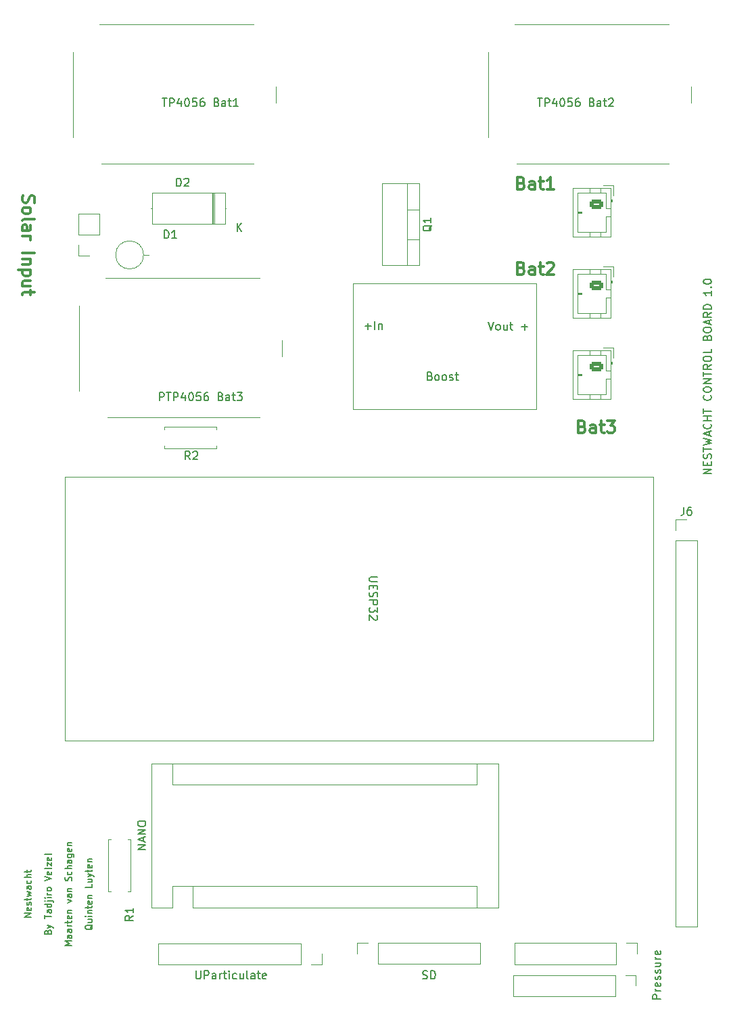
<source format=gto>
G04 #@! TF.GenerationSoftware,KiCad,Pcbnew,(6.0.7)*
G04 #@! TF.CreationDate,2022-11-05T21:45:33+01:00*
G04 #@! TF.ProjectId,vogelhuisje_kicad,766f6765-6c68-4756-9973-6a655f6b6963,rev?*
G04 #@! TF.SameCoordinates,Original*
G04 #@! TF.FileFunction,Legend,Top*
G04 #@! TF.FilePolarity,Positive*
%FSLAX46Y46*%
G04 Gerber Fmt 4.6, Leading zero omitted, Abs format (unit mm)*
G04 Created by KiCad (PCBNEW (6.0.7)) date 2022-11-05 21:45:33*
%MOMM*%
%LPD*%
G01*
G04 APERTURE LIST*
G04 Aperture macros list*
%AMRoundRect*
0 Rectangle with rounded corners*
0 $1 Rounding radius*
0 $2 $3 $4 $5 $6 $7 $8 $9 X,Y pos of 4 corners*
0 Add a 4 corners polygon primitive as box body*
4,1,4,$2,$3,$4,$5,$6,$7,$8,$9,$2,$3,0*
0 Add four circle primitives for the rounded corners*
1,1,$1+$1,$2,$3*
1,1,$1+$1,$4,$5*
1,1,$1+$1,$6,$7*
1,1,$1+$1,$8,$9*
0 Add four rect primitives between the rounded corners*
20,1,$1+$1,$2,$3,$4,$5,0*
20,1,$1+$1,$4,$5,$6,$7,0*
20,1,$1+$1,$6,$7,$8,$9,0*
20,1,$1+$1,$8,$9,$2,$3,0*%
G04 Aperture macros list end*
%ADD10C,0.150000*%
%ADD11C,0.152400*%
%ADD12C,0.304800*%
%ADD13C,0.120000*%
%ADD14R,4.000000X4.000000*%
%ADD15RoundRect,0.250000X-0.625000X0.350000X-0.625000X-0.350000X0.625000X-0.350000X0.625000X0.350000X0*%
%ADD16O,1.750000X1.200000*%
%ADD17R,1.700000X1.700000*%
%ADD18O,1.700000X1.700000*%
%ADD19R,2.200000X2.200000*%
%ADD20O,2.200000X2.200000*%
%ADD21C,3.000000*%
%ADD22C,1.600000*%
%ADD23O,1.600000X1.600000*%
%ADD24R,2.000000X1.905000*%
%ADD25O,2.000000X1.905000*%
%ADD26R,2.800000X2.800000*%
%ADD27O,2.800000X2.800000*%
%ADD28R,1.600000X1.600000*%
%ADD29C,1.524000*%
G04 APERTURE END LIST*
D10*
X154122380Y-109932857D02*
X153122380Y-109932857D01*
X154122380Y-109361428D01*
X153122380Y-109361428D01*
X153598571Y-108885238D02*
X153598571Y-108551904D01*
X154122380Y-108409047D02*
X154122380Y-108885238D01*
X153122380Y-108885238D01*
X153122380Y-108409047D01*
X154074761Y-108028095D02*
X154122380Y-107885238D01*
X154122380Y-107647142D01*
X154074761Y-107551904D01*
X154027142Y-107504285D01*
X153931904Y-107456666D01*
X153836666Y-107456666D01*
X153741428Y-107504285D01*
X153693809Y-107551904D01*
X153646190Y-107647142D01*
X153598571Y-107837619D01*
X153550952Y-107932857D01*
X153503333Y-107980476D01*
X153408095Y-108028095D01*
X153312857Y-108028095D01*
X153217619Y-107980476D01*
X153170000Y-107932857D01*
X153122380Y-107837619D01*
X153122380Y-107599523D01*
X153170000Y-107456666D01*
X153122380Y-107170952D02*
X153122380Y-106599523D01*
X154122380Y-106885238D02*
X153122380Y-106885238D01*
X153122380Y-106361428D02*
X154122380Y-106123333D01*
X153408095Y-105932857D01*
X154122380Y-105742380D01*
X153122380Y-105504285D01*
X153836666Y-105170952D02*
X153836666Y-104694761D01*
X154122380Y-105266190D02*
X153122380Y-104932857D01*
X154122380Y-104599523D01*
X154027142Y-103694761D02*
X154074761Y-103742380D01*
X154122380Y-103885238D01*
X154122380Y-103980476D01*
X154074761Y-104123333D01*
X153979523Y-104218571D01*
X153884285Y-104266190D01*
X153693809Y-104313809D01*
X153550952Y-104313809D01*
X153360476Y-104266190D01*
X153265238Y-104218571D01*
X153170000Y-104123333D01*
X153122380Y-103980476D01*
X153122380Y-103885238D01*
X153170000Y-103742380D01*
X153217619Y-103694761D01*
X154122380Y-103266190D02*
X153122380Y-103266190D01*
X153598571Y-103266190D02*
X153598571Y-102694761D01*
X154122380Y-102694761D02*
X153122380Y-102694761D01*
X153122380Y-102361428D02*
X153122380Y-101790000D01*
X154122380Y-102075714D02*
X153122380Y-102075714D01*
X154027142Y-100123333D02*
X154074761Y-100170952D01*
X154122380Y-100313809D01*
X154122380Y-100409047D01*
X154074761Y-100551904D01*
X153979523Y-100647142D01*
X153884285Y-100694761D01*
X153693809Y-100742380D01*
X153550952Y-100742380D01*
X153360476Y-100694761D01*
X153265238Y-100647142D01*
X153170000Y-100551904D01*
X153122380Y-100409047D01*
X153122380Y-100313809D01*
X153170000Y-100170952D01*
X153217619Y-100123333D01*
X153122380Y-99504285D02*
X153122380Y-99313809D01*
X153170000Y-99218571D01*
X153265238Y-99123333D01*
X153455714Y-99075714D01*
X153789047Y-99075714D01*
X153979523Y-99123333D01*
X154074761Y-99218571D01*
X154122380Y-99313809D01*
X154122380Y-99504285D01*
X154074761Y-99599523D01*
X153979523Y-99694761D01*
X153789047Y-99742380D01*
X153455714Y-99742380D01*
X153265238Y-99694761D01*
X153170000Y-99599523D01*
X153122380Y-99504285D01*
X154122380Y-98647142D02*
X153122380Y-98647142D01*
X154122380Y-98075714D01*
X153122380Y-98075714D01*
X153122380Y-97742380D02*
X153122380Y-97170952D01*
X154122380Y-97456666D02*
X153122380Y-97456666D01*
X154122380Y-96266190D02*
X153646190Y-96599523D01*
X154122380Y-96837619D02*
X153122380Y-96837619D01*
X153122380Y-96456666D01*
X153170000Y-96361428D01*
X153217619Y-96313809D01*
X153312857Y-96266190D01*
X153455714Y-96266190D01*
X153550952Y-96313809D01*
X153598571Y-96361428D01*
X153646190Y-96456666D01*
X153646190Y-96837619D01*
X153122380Y-95647142D02*
X153122380Y-95456666D01*
X153170000Y-95361428D01*
X153265238Y-95266190D01*
X153455714Y-95218571D01*
X153789047Y-95218571D01*
X153979523Y-95266190D01*
X154074761Y-95361428D01*
X154122380Y-95456666D01*
X154122380Y-95647142D01*
X154074761Y-95742380D01*
X153979523Y-95837619D01*
X153789047Y-95885238D01*
X153455714Y-95885238D01*
X153265238Y-95837619D01*
X153170000Y-95742380D01*
X153122380Y-95647142D01*
X154122380Y-94313809D02*
X154122380Y-94790000D01*
X153122380Y-94790000D01*
X153598571Y-92885238D02*
X153646190Y-92742380D01*
X153693809Y-92694761D01*
X153789047Y-92647142D01*
X153931904Y-92647142D01*
X154027142Y-92694761D01*
X154074761Y-92742380D01*
X154122380Y-92837619D01*
X154122380Y-93218571D01*
X153122380Y-93218571D01*
X153122380Y-92885238D01*
X153170000Y-92790000D01*
X153217619Y-92742380D01*
X153312857Y-92694761D01*
X153408095Y-92694761D01*
X153503333Y-92742380D01*
X153550952Y-92790000D01*
X153598571Y-92885238D01*
X153598571Y-93218571D01*
X153122380Y-92028095D02*
X153122380Y-91837619D01*
X153170000Y-91742380D01*
X153265238Y-91647142D01*
X153455714Y-91599523D01*
X153789047Y-91599523D01*
X153979523Y-91647142D01*
X154074761Y-91742380D01*
X154122380Y-91837619D01*
X154122380Y-92028095D01*
X154074761Y-92123333D01*
X153979523Y-92218571D01*
X153789047Y-92266190D01*
X153455714Y-92266190D01*
X153265238Y-92218571D01*
X153170000Y-92123333D01*
X153122380Y-92028095D01*
X153836666Y-91218571D02*
X153836666Y-90742380D01*
X154122380Y-91313809D02*
X153122380Y-90980476D01*
X154122380Y-90647142D01*
X154122380Y-89742380D02*
X153646190Y-90075714D01*
X154122380Y-90313809D02*
X153122380Y-90313809D01*
X153122380Y-89932857D01*
X153170000Y-89837619D01*
X153217619Y-89790000D01*
X153312857Y-89742380D01*
X153455714Y-89742380D01*
X153550952Y-89790000D01*
X153598571Y-89837619D01*
X153646190Y-89932857D01*
X153646190Y-90313809D01*
X154122380Y-89313809D02*
X153122380Y-89313809D01*
X153122380Y-89075714D01*
X153170000Y-88932857D01*
X153265238Y-88837619D01*
X153360476Y-88790000D01*
X153550952Y-88742380D01*
X153693809Y-88742380D01*
X153884285Y-88790000D01*
X153979523Y-88837619D01*
X154074761Y-88932857D01*
X154122380Y-89075714D01*
X154122380Y-89313809D01*
X154122380Y-87028095D02*
X154122380Y-87599523D01*
X154122380Y-87313809D02*
X153122380Y-87313809D01*
X153265238Y-87409047D01*
X153360476Y-87504285D01*
X153408095Y-87599523D01*
X154027142Y-86599523D02*
X154074761Y-86551904D01*
X154122380Y-86599523D01*
X154074761Y-86647142D01*
X154027142Y-86599523D01*
X154122380Y-86599523D01*
X153122380Y-85932857D02*
X153122380Y-85837619D01*
X153170000Y-85742380D01*
X153217619Y-85694761D01*
X153312857Y-85647142D01*
X153503333Y-85599523D01*
X153741428Y-85599523D01*
X153931904Y-85647142D01*
X154027142Y-85694761D01*
X154074761Y-85742380D01*
X154122380Y-85837619D01*
X154122380Y-85932857D01*
X154074761Y-86028095D01*
X154027142Y-86075714D01*
X153931904Y-86123333D01*
X153741428Y-86170952D01*
X153503333Y-86170952D01*
X153312857Y-86123333D01*
X153217619Y-86075714D01*
X153170000Y-86028095D01*
X153122380Y-85932857D01*
D11*
X76645104Y-166391771D02*
X76606400Y-166469180D01*
X76528990Y-166546590D01*
X76412876Y-166662704D01*
X76374171Y-166740114D01*
X76374171Y-166817523D01*
X76567695Y-166778819D02*
X76528990Y-166856228D01*
X76451580Y-166933638D01*
X76296761Y-166972342D01*
X76025828Y-166972342D01*
X75871009Y-166933638D01*
X75793600Y-166856228D01*
X75754895Y-166778819D01*
X75754895Y-166624000D01*
X75793600Y-166546590D01*
X75871009Y-166469180D01*
X76025828Y-166430476D01*
X76296761Y-166430476D01*
X76451580Y-166469180D01*
X76528990Y-166546590D01*
X76567695Y-166624000D01*
X76567695Y-166778819D01*
X76025828Y-165733790D02*
X76567695Y-165733790D01*
X76025828Y-166082133D02*
X76451580Y-166082133D01*
X76528990Y-166043428D01*
X76567695Y-165966019D01*
X76567695Y-165849904D01*
X76528990Y-165772495D01*
X76490285Y-165733790D01*
X76567695Y-165346742D02*
X76025828Y-165346742D01*
X75754895Y-165346742D02*
X75793600Y-165385447D01*
X75832304Y-165346742D01*
X75793600Y-165308038D01*
X75754895Y-165346742D01*
X75832304Y-165346742D01*
X76025828Y-164959695D02*
X76567695Y-164959695D01*
X76103238Y-164959695D02*
X76064533Y-164920990D01*
X76025828Y-164843580D01*
X76025828Y-164727466D01*
X76064533Y-164650057D01*
X76141942Y-164611352D01*
X76567695Y-164611352D01*
X76025828Y-164340419D02*
X76025828Y-164030780D01*
X75754895Y-164224304D02*
X76451580Y-164224304D01*
X76528990Y-164185600D01*
X76567695Y-164108190D01*
X76567695Y-164030780D01*
X76528990Y-163450209D02*
X76567695Y-163527619D01*
X76567695Y-163682438D01*
X76528990Y-163759847D01*
X76451580Y-163798552D01*
X76141942Y-163798552D01*
X76064533Y-163759847D01*
X76025828Y-163682438D01*
X76025828Y-163527619D01*
X76064533Y-163450209D01*
X76141942Y-163411504D01*
X76219352Y-163411504D01*
X76296761Y-163798552D01*
X76025828Y-163063161D02*
X76567695Y-163063161D01*
X76103238Y-163063161D02*
X76064533Y-163024457D01*
X76025828Y-162947047D01*
X76025828Y-162830933D01*
X76064533Y-162753523D01*
X76141942Y-162714819D01*
X76567695Y-162714819D01*
X76567695Y-161321447D02*
X76567695Y-161708495D01*
X75754895Y-161708495D01*
X76025828Y-160702171D02*
X76567695Y-160702171D01*
X76025828Y-161050514D02*
X76451580Y-161050514D01*
X76528990Y-161011809D01*
X76567695Y-160934400D01*
X76567695Y-160818285D01*
X76528990Y-160740876D01*
X76490285Y-160702171D01*
X76025828Y-160392533D02*
X76567695Y-160199009D01*
X76025828Y-160005485D02*
X76567695Y-160199009D01*
X76761219Y-160276419D01*
X76799923Y-160315123D01*
X76838628Y-160392533D01*
X76025828Y-159811961D02*
X76025828Y-159502323D01*
X75754895Y-159695847D02*
X76451580Y-159695847D01*
X76528990Y-159657142D01*
X76567695Y-159579733D01*
X76567695Y-159502323D01*
X76528990Y-158921752D02*
X76567695Y-158999161D01*
X76567695Y-159153980D01*
X76528990Y-159231390D01*
X76451580Y-159270095D01*
X76141942Y-159270095D01*
X76064533Y-159231390D01*
X76025828Y-159153980D01*
X76025828Y-158999161D01*
X76064533Y-158921752D01*
X76141942Y-158883047D01*
X76219352Y-158883047D01*
X76296761Y-159270095D01*
X76025828Y-158534704D02*
X76567695Y-158534704D01*
X76103238Y-158534704D02*
X76064533Y-158496000D01*
X76025828Y-158418590D01*
X76025828Y-158302476D01*
X76064533Y-158225066D01*
X76141942Y-158186361D01*
X76567695Y-158186361D01*
X74027695Y-168984990D02*
X73214895Y-168984990D01*
X73795466Y-168714057D01*
X73214895Y-168443123D01*
X74027695Y-168443123D01*
X74027695Y-167707733D02*
X73601942Y-167707733D01*
X73524533Y-167746438D01*
X73485828Y-167823847D01*
X73485828Y-167978666D01*
X73524533Y-168056076D01*
X73988990Y-167707733D02*
X74027695Y-167785142D01*
X74027695Y-167978666D01*
X73988990Y-168056076D01*
X73911580Y-168094780D01*
X73834171Y-168094780D01*
X73756761Y-168056076D01*
X73718057Y-167978666D01*
X73718057Y-167785142D01*
X73679352Y-167707733D01*
X74027695Y-166972342D02*
X73601942Y-166972342D01*
X73524533Y-167011047D01*
X73485828Y-167088457D01*
X73485828Y-167243276D01*
X73524533Y-167320685D01*
X73988990Y-166972342D02*
X74027695Y-167049752D01*
X74027695Y-167243276D01*
X73988990Y-167320685D01*
X73911580Y-167359390D01*
X73834171Y-167359390D01*
X73756761Y-167320685D01*
X73718057Y-167243276D01*
X73718057Y-167049752D01*
X73679352Y-166972342D01*
X74027695Y-166585295D02*
X73485828Y-166585295D01*
X73640647Y-166585295D02*
X73563238Y-166546590D01*
X73524533Y-166507885D01*
X73485828Y-166430476D01*
X73485828Y-166353066D01*
X73485828Y-166198247D02*
X73485828Y-165888609D01*
X73214895Y-166082133D02*
X73911580Y-166082133D01*
X73988990Y-166043428D01*
X74027695Y-165966019D01*
X74027695Y-165888609D01*
X73988990Y-165308038D02*
X74027695Y-165385447D01*
X74027695Y-165540266D01*
X73988990Y-165617676D01*
X73911580Y-165656380D01*
X73601942Y-165656380D01*
X73524533Y-165617676D01*
X73485828Y-165540266D01*
X73485828Y-165385447D01*
X73524533Y-165308038D01*
X73601942Y-165269333D01*
X73679352Y-165269333D01*
X73756761Y-165656380D01*
X73485828Y-164920990D02*
X74027695Y-164920990D01*
X73563238Y-164920990D02*
X73524533Y-164882285D01*
X73485828Y-164804876D01*
X73485828Y-164688761D01*
X73524533Y-164611352D01*
X73601942Y-164572647D01*
X74027695Y-164572647D01*
X73485828Y-163643733D02*
X74027695Y-163450209D01*
X73485828Y-163256685D01*
X74027695Y-162598704D02*
X73601942Y-162598704D01*
X73524533Y-162637409D01*
X73485828Y-162714819D01*
X73485828Y-162869638D01*
X73524533Y-162947047D01*
X73988990Y-162598704D02*
X74027695Y-162676114D01*
X74027695Y-162869638D01*
X73988990Y-162947047D01*
X73911580Y-162985752D01*
X73834171Y-162985752D01*
X73756761Y-162947047D01*
X73718057Y-162869638D01*
X73718057Y-162676114D01*
X73679352Y-162598704D01*
X73485828Y-162211657D02*
X74027695Y-162211657D01*
X73563238Y-162211657D02*
X73524533Y-162172952D01*
X73485828Y-162095542D01*
X73485828Y-161979428D01*
X73524533Y-161902019D01*
X73601942Y-161863314D01*
X74027695Y-161863314D01*
X73988990Y-160895695D02*
X74027695Y-160779580D01*
X74027695Y-160586057D01*
X73988990Y-160508647D01*
X73950285Y-160469942D01*
X73872876Y-160431238D01*
X73795466Y-160431238D01*
X73718057Y-160469942D01*
X73679352Y-160508647D01*
X73640647Y-160586057D01*
X73601942Y-160740876D01*
X73563238Y-160818285D01*
X73524533Y-160856990D01*
X73447123Y-160895695D01*
X73369714Y-160895695D01*
X73292304Y-160856990D01*
X73253600Y-160818285D01*
X73214895Y-160740876D01*
X73214895Y-160547352D01*
X73253600Y-160431238D01*
X73988990Y-159734552D02*
X74027695Y-159811961D01*
X74027695Y-159966780D01*
X73988990Y-160044190D01*
X73950285Y-160082895D01*
X73872876Y-160121600D01*
X73640647Y-160121600D01*
X73563238Y-160082895D01*
X73524533Y-160044190D01*
X73485828Y-159966780D01*
X73485828Y-159811961D01*
X73524533Y-159734552D01*
X74027695Y-159386209D02*
X73214895Y-159386209D01*
X74027695Y-159037866D02*
X73601942Y-159037866D01*
X73524533Y-159076571D01*
X73485828Y-159153980D01*
X73485828Y-159270095D01*
X73524533Y-159347504D01*
X73563238Y-159386209D01*
X74027695Y-158302476D02*
X73601942Y-158302476D01*
X73524533Y-158341180D01*
X73485828Y-158418590D01*
X73485828Y-158573409D01*
X73524533Y-158650819D01*
X73988990Y-158302476D02*
X74027695Y-158379885D01*
X74027695Y-158573409D01*
X73988990Y-158650819D01*
X73911580Y-158689523D01*
X73834171Y-158689523D01*
X73756761Y-158650819D01*
X73718057Y-158573409D01*
X73718057Y-158379885D01*
X73679352Y-158302476D01*
X73485828Y-157567085D02*
X74143809Y-157567085D01*
X74221219Y-157605790D01*
X74259923Y-157644495D01*
X74298628Y-157721904D01*
X74298628Y-157838019D01*
X74259923Y-157915428D01*
X73988990Y-157567085D02*
X74027695Y-157644495D01*
X74027695Y-157799314D01*
X73988990Y-157876723D01*
X73950285Y-157915428D01*
X73872876Y-157954133D01*
X73640647Y-157954133D01*
X73563238Y-157915428D01*
X73524533Y-157876723D01*
X73485828Y-157799314D01*
X73485828Y-157644495D01*
X73524533Y-157567085D01*
X73988990Y-156870400D02*
X74027695Y-156947809D01*
X74027695Y-157102628D01*
X73988990Y-157180038D01*
X73911580Y-157218742D01*
X73601942Y-157218742D01*
X73524533Y-157180038D01*
X73485828Y-157102628D01*
X73485828Y-156947809D01*
X73524533Y-156870400D01*
X73601942Y-156831695D01*
X73679352Y-156831695D01*
X73756761Y-157218742D01*
X73485828Y-156483352D02*
X74027695Y-156483352D01*
X73563238Y-156483352D02*
X73524533Y-156444647D01*
X73485828Y-156367238D01*
X73485828Y-156251123D01*
X73524533Y-156173714D01*
X73601942Y-156135009D01*
X74027695Y-156135009D01*
X71061942Y-167281980D02*
X71100647Y-167165866D01*
X71139352Y-167127161D01*
X71216761Y-167088457D01*
X71332876Y-167088457D01*
X71410285Y-167127161D01*
X71448990Y-167165866D01*
X71487695Y-167243276D01*
X71487695Y-167552914D01*
X70674895Y-167552914D01*
X70674895Y-167281980D01*
X70713600Y-167204571D01*
X70752304Y-167165866D01*
X70829714Y-167127161D01*
X70907123Y-167127161D01*
X70984533Y-167165866D01*
X71023238Y-167204571D01*
X71061942Y-167281980D01*
X71061942Y-167552914D01*
X70945828Y-166817523D02*
X71487695Y-166624000D01*
X70945828Y-166430476D02*
X71487695Y-166624000D01*
X71681219Y-166701409D01*
X71719923Y-166740114D01*
X71758628Y-166817523D01*
X70674895Y-165617676D02*
X70674895Y-165153219D01*
X71487695Y-165385447D02*
X70674895Y-165385447D01*
X71487695Y-164533942D02*
X71061942Y-164533942D01*
X70984533Y-164572647D01*
X70945828Y-164650057D01*
X70945828Y-164804876D01*
X70984533Y-164882285D01*
X71448990Y-164533942D02*
X71487695Y-164611352D01*
X71487695Y-164804876D01*
X71448990Y-164882285D01*
X71371580Y-164920990D01*
X71294171Y-164920990D01*
X71216761Y-164882285D01*
X71178057Y-164804876D01*
X71178057Y-164611352D01*
X71139352Y-164533942D01*
X71487695Y-163798552D02*
X70674895Y-163798552D01*
X71448990Y-163798552D02*
X71487695Y-163875961D01*
X71487695Y-164030780D01*
X71448990Y-164108190D01*
X71410285Y-164146895D01*
X71332876Y-164185600D01*
X71100647Y-164185600D01*
X71023238Y-164146895D01*
X70984533Y-164108190D01*
X70945828Y-164030780D01*
X70945828Y-163875961D01*
X70984533Y-163798552D01*
X70945828Y-163411504D02*
X71642514Y-163411504D01*
X71719923Y-163450209D01*
X71758628Y-163527619D01*
X71758628Y-163566323D01*
X70674895Y-163411504D02*
X70713600Y-163450209D01*
X70752304Y-163411504D01*
X70713600Y-163372800D01*
X70674895Y-163411504D01*
X70752304Y-163411504D01*
X71487695Y-163024457D02*
X70945828Y-163024457D01*
X70674895Y-163024457D02*
X70713600Y-163063161D01*
X70752304Y-163024457D01*
X70713600Y-162985752D01*
X70674895Y-163024457D01*
X70752304Y-163024457D01*
X71487695Y-162637409D02*
X70945828Y-162637409D01*
X71100647Y-162637409D02*
X71023238Y-162598704D01*
X70984533Y-162560000D01*
X70945828Y-162482590D01*
X70945828Y-162405180D01*
X71487695Y-162018133D02*
X71448990Y-162095542D01*
X71410285Y-162134247D01*
X71332876Y-162172952D01*
X71100647Y-162172952D01*
X71023238Y-162134247D01*
X70984533Y-162095542D01*
X70945828Y-162018133D01*
X70945828Y-161902019D01*
X70984533Y-161824609D01*
X71023238Y-161785904D01*
X71100647Y-161747200D01*
X71332876Y-161747200D01*
X71410285Y-161785904D01*
X71448990Y-161824609D01*
X71487695Y-161902019D01*
X71487695Y-162018133D01*
X70674895Y-160895695D02*
X71487695Y-160624761D01*
X70674895Y-160353828D01*
X71448990Y-159773257D02*
X71487695Y-159850666D01*
X71487695Y-160005485D01*
X71448990Y-160082895D01*
X71371580Y-160121600D01*
X71061942Y-160121600D01*
X70984533Y-160082895D01*
X70945828Y-160005485D01*
X70945828Y-159850666D01*
X70984533Y-159773257D01*
X71061942Y-159734552D01*
X71139352Y-159734552D01*
X71216761Y-160121600D01*
X71487695Y-159270095D02*
X71448990Y-159347504D01*
X71371580Y-159386209D01*
X70674895Y-159386209D01*
X70945828Y-159037866D02*
X70945828Y-158612114D01*
X71487695Y-159037866D01*
X71487695Y-158612114D01*
X71448990Y-157992838D02*
X71487695Y-158070247D01*
X71487695Y-158225066D01*
X71448990Y-158302476D01*
X71371580Y-158341180D01*
X71061942Y-158341180D01*
X70984533Y-158302476D01*
X70945828Y-158225066D01*
X70945828Y-158070247D01*
X70984533Y-157992838D01*
X71061942Y-157954133D01*
X71139352Y-157954133D01*
X71216761Y-158341180D01*
X71487695Y-157489676D02*
X71448990Y-157567085D01*
X71371580Y-157605790D01*
X70674895Y-157605790D01*
X68947695Y-165443504D02*
X68134895Y-165443504D01*
X68947695Y-164979047D01*
X68134895Y-164979047D01*
X68908990Y-164282361D02*
X68947695Y-164359771D01*
X68947695Y-164514590D01*
X68908990Y-164592000D01*
X68831580Y-164630704D01*
X68521942Y-164630704D01*
X68444533Y-164592000D01*
X68405828Y-164514590D01*
X68405828Y-164359771D01*
X68444533Y-164282361D01*
X68521942Y-164243657D01*
X68599352Y-164243657D01*
X68676761Y-164630704D01*
X68908990Y-163934019D02*
X68947695Y-163856609D01*
X68947695Y-163701790D01*
X68908990Y-163624380D01*
X68831580Y-163585676D01*
X68792876Y-163585676D01*
X68715466Y-163624380D01*
X68676761Y-163701790D01*
X68676761Y-163817904D01*
X68638057Y-163895314D01*
X68560647Y-163934019D01*
X68521942Y-163934019D01*
X68444533Y-163895314D01*
X68405828Y-163817904D01*
X68405828Y-163701790D01*
X68444533Y-163624380D01*
X68405828Y-163353447D02*
X68405828Y-163043809D01*
X68134895Y-163237333D02*
X68831580Y-163237333D01*
X68908990Y-163198628D01*
X68947695Y-163121219D01*
X68947695Y-163043809D01*
X68405828Y-162850285D02*
X68947695Y-162695466D01*
X68560647Y-162540647D01*
X68947695Y-162385828D01*
X68405828Y-162231009D01*
X68947695Y-161573028D02*
X68521942Y-161573028D01*
X68444533Y-161611733D01*
X68405828Y-161689142D01*
X68405828Y-161843961D01*
X68444533Y-161921371D01*
X68908990Y-161573028D02*
X68947695Y-161650438D01*
X68947695Y-161843961D01*
X68908990Y-161921371D01*
X68831580Y-161960076D01*
X68754171Y-161960076D01*
X68676761Y-161921371D01*
X68638057Y-161843961D01*
X68638057Y-161650438D01*
X68599352Y-161573028D01*
X68908990Y-160837638D02*
X68947695Y-160915047D01*
X68947695Y-161069866D01*
X68908990Y-161147276D01*
X68870285Y-161185980D01*
X68792876Y-161224685D01*
X68560647Y-161224685D01*
X68483238Y-161185980D01*
X68444533Y-161147276D01*
X68405828Y-161069866D01*
X68405828Y-160915047D01*
X68444533Y-160837638D01*
X68947695Y-160489295D02*
X68134895Y-160489295D01*
X68947695Y-160140952D02*
X68521942Y-160140952D01*
X68444533Y-160179657D01*
X68405828Y-160257066D01*
X68405828Y-160373180D01*
X68444533Y-160450590D01*
X68483238Y-160489295D01*
X68405828Y-159870019D02*
X68405828Y-159560380D01*
X68134895Y-159753904D02*
X68831580Y-159753904D01*
X68908990Y-159715200D01*
X68947695Y-159637790D01*
X68947695Y-159560380D01*
D12*
X137958285Y-104031142D02*
X138176000Y-104103714D01*
X138248571Y-104176285D01*
X138321142Y-104321428D01*
X138321142Y-104539142D01*
X138248571Y-104684285D01*
X138176000Y-104756857D01*
X138030857Y-104829428D01*
X137450285Y-104829428D01*
X137450285Y-103305428D01*
X137958285Y-103305428D01*
X138103428Y-103378000D01*
X138176000Y-103450571D01*
X138248571Y-103595714D01*
X138248571Y-103740857D01*
X138176000Y-103886000D01*
X138103428Y-103958571D01*
X137958285Y-104031142D01*
X137450285Y-104031142D01*
X139627428Y-104829428D02*
X139627428Y-104031142D01*
X139554857Y-103886000D01*
X139409714Y-103813428D01*
X139119428Y-103813428D01*
X138974285Y-103886000D01*
X139627428Y-104756857D02*
X139482285Y-104829428D01*
X139119428Y-104829428D01*
X138974285Y-104756857D01*
X138901714Y-104611714D01*
X138901714Y-104466571D01*
X138974285Y-104321428D01*
X139119428Y-104248857D01*
X139482285Y-104248857D01*
X139627428Y-104176285D01*
X140135428Y-103813428D02*
X140716000Y-103813428D01*
X140353142Y-103305428D02*
X140353142Y-104611714D01*
X140425714Y-104756857D01*
X140570857Y-104829428D01*
X140716000Y-104829428D01*
X141078857Y-103305428D02*
X142022285Y-103305428D01*
X141514285Y-103886000D01*
X141732000Y-103886000D01*
X141877142Y-103958571D01*
X141949714Y-104031142D01*
X142022285Y-104176285D01*
X142022285Y-104539142D01*
X141949714Y-104684285D01*
X141877142Y-104756857D01*
X141732000Y-104829428D01*
X141296571Y-104829428D01*
X141151428Y-104756857D01*
X141078857Y-104684285D01*
X130338285Y-84191142D02*
X130556000Y-84263714D01*
X130628571Y-84336285D01*
X130701142Y-84481428D01*
X130701142Y-84699142D01*
X130628571Y-84844285D01*
X130556000Y-84916857D01*
X130410857Y-84989428D01*
X129830285Y-84989428D01*
X129830285Y-83465428D01*
X130338285Y-83465428D01*
X130483428Y-83538000D01*
X130556000Y-83610571D01*
X130628571Y-83755714D01*
X130628571Y-83900857D01*
X130556000Y-84046000D01*
X130483428Y-84118571D01*
X130338285Y-84191142D01*
X129830285Y-84191142D01*
X132007428Y-84989428D02*
X132007428Y-84191142D01*
X131934857Y-84046000D01*
X131789714Y-83973428D01*
X131499428Y-83973428D01*
X131354285Y-84046000D01*
X132007428Y-84916857D02*
X131862285Y-84989428D01*
X131499428Y-84989428D01*
X131354285Y-84916857D01*
X131281714Y-84771714D01*
X131281714Y-84626571D01*
X131354285Y-84481428D01*
X131499428Y-84408857D01*
X131862285Y-84408857D01*
X132007428Y-84336285D01*
X132515428Y-83973428D02*
X133096000Y-83973428D01*
X132733142Y-83465428D02*
X132733142Y-84771714D01*
X132805714Y-84916857D01*
X132950857Y-84989428D01*
X133096000Y-84989428D01*
X133531428Y-83610571D02*
X133604000Y-83538000D01*
X133749142Y-83465428D01*
X134112000Y-83465428D01*
X134257142Y-83538000D01*
X134329714Y-83610571D01*
X134402285Y-83755714D01*
X134402285Y-83900857D01*
X134329714Y-84118571D01*
X133458857Y-84989428D01*
X134402285Y-84989428D01*
X130338285Y-73551142D02*
X130556000Y-73623714D01*
X130628571Y-73696285D01*
X130701142Y-73841428D01*
X130701142Y-74059142D01*
X130628571Y-74204285D01*
X130556000Y-74276857D01*
X130410857Y-74349428D01*
X129830285Y-74349428D01*
X129830285Y-72825428D01*
X130338285Y-72825428D01*
X130483428Y-72898000D01*
X130556000Y-72970571D01*
X130628571Y-73115714D01*
X130628571Y-73260857D01*
X130556000Y-73406000D01*
X130483428Y-73478571D01*
X130338285Y-73551142D01*
X129830285Y-73551142D01*
X132007428Y-74349428D02*
X132007428Y-73551142D01*
X131934857Y-73406000D01*
X131789714Y-73333428D01*
X131499428Y-73333428D01*
X131354285Y-73406000D01*
X132007428Y-74276857D02*
X131862285Y-74349428D01*
X131499428Y-74349428D01*
X131354285Y-74276857D01*
X131281714Y-74131714D01*
X131281714Y-73986571D01*
X131354285Y-73841428D01*
X131499428Y-73768857D01*
X131862285Y-73768857D01*
X132007428Y-73696285D01*
X132515428Y-73333428D02*
X133096000Y-73333428D01*
X132733142Y-72825428D02*
X132733142Y-74131714D01*
X132805714Y-74276857D01*
X132950857Y-74349428D01*
X133096000Y-74349428D01*
X134402285Y-74349428D02*
X133531428Y-74349428D01*
X133966857Y-74349428D02*
X133966857Y-72825428D01*
X133821714Y-73043142D01*
X133676571Y-73188285D01*
X133531428Y-73260857D01*
X67963142Y-75147714D02*
X67890571Y-75365428D01*
X67890571Y-75728285D01*
X67963142Y-75873428D01*
X68035714Y-75946000D01*
X68180857Y-76018571D01*
X68326000Y-76018571D01*
X68471142Y-75946000D01*
X68543714Y-75873428D01*
X68616285Y-75728285D01*
X68688857Y-75438000D01*
X68761428Y-75292857D01*
X68834000Y-75220285D01*
X68979142Y-75147714D01*
X69124285Y-75147714D01*
X69269428Y-75220285D01*
X69342000Y-75292857D01*
X69414571Y-75438000D01*
X69414571Y-75800857D01*
X69342000Y-76018571D01*
X67890571Y-76889428D02*
X67963142Y-76744285D01*
X68035714Y-76671714D01*
X68180857Y-76599142D01*
X68616285Y-76599142D01*
X68761428Y-76671714D01*
X68834000Y-76744285D01*
X68906571Y-76889428D01*
X68906571Y-77107142D01*
X68834000Y-77252285D01*
X68761428Y-77324857D01*
X68616285Y-77397428D01*
X68180857Y-77397428D01*
X68035714Y-77324857D01*
X67963142Y-77252285D01*
X67890571Y-77107142D01*
X67890571Y-76889428D01*
X67890571Y-78268285D02*
X67963142Y-78123142D01*
X68108285Y-78050571D01*
X69414571Y-78050571D01*
X67890571Y-79501999D02*
X68688857Y-79502000D01*
X68834000Y-79429428D01*
X68906571Y-79284285D01*
X68906571Y-78994000D01*
X68834000Y-78848857D01*
X67963142Y-79502000D02*
X67890571Y-79356857D01*
X67890571Y-78994000D01*
X67963142Y-78848857D01*
X68108285Y-78776285D01*
X68253428Y-78776285D01*
X68398571Y-78848857D01*
X68471142Y-78994000D01*
X68471142Y-79356857D01*
X68543714Y-79502000D01*
X67890571Y-80227714D02*
X68906571Y-80227714D01*
X68616285Y-80227714D02*
X68761428Y-80300285D01*
X68834000Y-80372857D01*
X68906571Y-80518000D01*
X68906571Y-80663142D01*
X67890571Y-82332285D02*
X69414571Y-82332285D01*
X68906571Y-83058000D02*
X67890571Y-83058000D01*
X68761428Y-83058000D02*
X68834000Y-83130571D01*
X68906571Y-83275714D01*
X68906571Y-83493428D01*
X68834000Y-83638571D01*
X68688857Y-83711142D01*
X67890571Y-83711142D01*
X68906571Y-84436857D02*
X67382571Y-84436857D01*
X68834000Y-84436857D02*
X68906571Y-84582000D01*
X68906571Y-84872285D01*
X68834000Y-85017428D01*
X68761428Y-85090000D01*
X68616285Y-85162571D01*
X68180857Y-85162571D01*
X68035714Y-85090000D01*
X67963142Y-85017428D01*
X67890571Y-84872285D01*
X67890571Y-84582000D01*
X67963142Y-84436857D01*
X68906571Y-86468857D02*
X67890571Y-86468857D01*
X68906571Y-85815714D02*
X68108285Y-85815714D01*
X67963142Y-85888285D01*
X67890571Y-86033428D01*
X67890571Y-86251142D01*
X67963142Y-86396285D01*
X68035714Y-86468857D01*
X68906571Y-86976857D02*
X68906571Y-87557428D01*
X69414571Y-87194571D02*
X68108285Y-87194571D01*
X67963142Y-87267142D01*
X67890571Y-87412285D01*
X67890571Y-87557428D01*
D10*
X132374285Y-62952380D02*
X132945714Y-62952380D01*
X132660000Y-63952380D02*
X132660000Y-62952380D01*
X133279047Y-63952380D02*
X133279047Y-62952380D01*
X133660000Y-62952380D01*
X133755238Y-63000000D01*
X133802857Y-63047619D01*
X133850476Y-63142857D01*
X133850476Y-63285714D01*
X133802857Y-63380952D01*
X133755238Y-63428571D01*
X133660000Y-63476190D01*
X133279047Y-63476190D01*
X134707619Y-63285714D02*
X134707619Y-63952380D01*
X134469523Y-62904761D02*
X134231428Y-63619047D01*
X134850476Y-63619047D01*
X135421904Y-62952380D02*
X135517142Y-62952380D01*
X135612380Y-63000000D01*
X135660000Y-63047619D01*
X135707619Y-63142857D01*
X135755238Y-63333333D01*
X135755238Y-63571428D01*
X135707619Y-63761904D01*
X135660000Y-63857142D01*
X135612380Y-63904761D01*
X135517142Y-63952380D01*
X135421904Y-63952380D01*
X135326666Y-63904761D01*
X135279047Y-63857142D01*
X135231428Y-63761904D01*
X135183809Y-63571428D01*
X135183809Y-63333333D01*
X135231428Y-63142857D01*
X135279047Y-63047619D01*
X135326666Y-63000000D01*
X135421904Y-62952380D01*
X136660000Y-62952380D02*
X136183809Y-62952380D01*
X136136190Y-63428571D01*
X136183809Y-63380952D01*
X136279047Y-63333333D01*
X136517142Y-63333333D01*
X136612380Y-63380952D01*
X136660000Y-63428571D01*
X136707619Y-63523809D01*
X136707619Y-63761904D01*
X136660000Y-63857142D01*
X136612380Y-63904761D01*
X136517142Y-63952380D01*
X136279047Y-63952380D01*
X136183809Y-63904761D01*
X136136190Y-63857142D01*
X137564761Y-62952380D02*
X137374285Y-62952380D01*
X137279047Y-63000000D01*
X137231428Y-63047619D01*
X137136190Y-63190476D01*
X137088571Y-63380952D01*
X137088571Y-63761904D01*
X137136190Y-63857142D01*
X137183809Y-63904761D01*
X137279047Y-63952380D01*
X137469523Y-63952380D01*
X137564761Y-63904761D01*
X137612380Y-63857142D01*
X137660000Y-63761904D01*
X137660000Y-63523809D01*
X137612380Y-63428571D01*
X137564761Y-63380952D01*
X137469523Y-63333333D01*
X137279047Y-63333333D01*
X137183809Y-63380952D01*
X137136190Y-63428571D01*
X137088571Y-63523809D01*
X139183809Y-63428571D02*
X139326666Y-63476190D01*
X139374285Y-63523809D01*
X139421904Y-63619047D01*
X139421904Y-63761904D01*
X139374285Y-63857142D01*
X139326666Y-63904761D01*
X139231428Y-63952380D01*
X138850476Y-63952380D01*
X138850476Y-62952380D01*
X139183809Y-62952380D01*
X139279047Y-63000000D01*
X139326666Y-63047619D01*
X139374285Y-63142857D01*
X139374285Y-63238095D01*
X139326666Y-63333333D01*
X139279047Y-63380952D01*
X139183809Y-63428571D01*
X138850476Y-63428571D01*
X140279047Y-63952380D02*
X140279047Y-63428571D01*
X140231428Y-63333333D01*
X140136190Y-63285714D01*
X139945714Y-63285714D01*
X139850476Y-63333333D01*
X140279047Y-63904761D02*
X140183809Y-63952380D01*
X139945714Y-63952380D01*
X139850476Y-63904761D01*
X139802857Y-63809523D01*
X139802857Y-63714285D01*
X139850476Y-63619047D01*
X139945714Y-63571428D01*
X140183809Y-63571428D01*
X140279047Y-63523809D01*
X140612380Y-63285714D02*
X140993333Y-63285714D01*
X140755238Y-62952380D02*
X140755238Y-63809523D01*
X140802857Y-63904761D01*
X140898095Y-63952380D01*
X140993333Y-63952380D01*
X141279047Y-63047619D02*
X141326666Y-63000000D01*
X141421904Y-62952380D01*
X141660000Y-62952380D01*
X141755238Y-63000000D01*
X141802857Y-63047619D01*
X141850476Y-63142857D01*
X141850476Y-63238095D01*
X141802857Y-63380952D01*
X141231428Y-63952380D01*
X141850476Y-63952380D01*
X85384285Y-62952380D02*
X85955714Y-62952380D01*
X85670000Y-63952380D02*
X85670000Y-62952380D01*
X86289047Y-63952380D02*
X86289047Y-62952380D01*
X86670000Y-62952380D01*
X86765238Y-63000000D01*
X86812857Y-63047619D01*
X86860476Y-63142857D01*
X86860476Y-63285714D01*
X86812857Y-63380952D01*
X86765238Y-63428571D01*
X86670000Y-63476190D01*
X86289047Y-63476190D01*
X87717619Y-63285714D02*
X87717619Y-63952380D01*
X87479523Y-62904761D02*
X87241428Y-63619047D01*
X87860476Y-63619047D01*
X88431904Y-62952380D02*
X88527142Y-62952380D01*
X88622380Y-63000000D01*
X88670000Y-63047619D01*
X88717619Y-63142857D01*
X88765238Y-63333333D01*
X88765238Y-63571428D01*
X88717619Y-63761904D01*
X88670000Y-63857142D01*
X88622380Y-63904761D01*
X88527142Y-63952380D01*
X88431904Y-63952380D01*
X88336666Y-63904761D01*
X88289047Y-63857142D01*
X88241428Y-63761904D01*
X88193809Y-63571428D01*
X88193809Y-63333333D01*
X88241428Y-63142857D01*
X88289047Y-63047619D01*
X88336666Y-63000000D01*
X88431904Y-62952380D01*
X89670000Y-62952380D02*
X89193809Y-62952380D01*
X89146190Y-63428571D01*
X89193809Y-63380952D01*
X89289047Y-63333333D01*
X89527142Y-63333333D01*
X89622380Y-63380952D01*
X89670000Y-63428571D01*
X89717619Y-63523809D01*
X89717619Y-63761904D01*
X89670000Y-63857142D01*
X89622380Y-63904761D01*
X89527142Y-63952380D01*
X89289047Y-63952380D01*
X89193809Y-63904761D01*
X89146190Y-63857142D01*
X90574761Y-62952380D02*
X90384285Y-62952380D01*
X90289047Y-63000000D01*
X90241428Y-63047619D01*
X90146190Y-63190476D01*
X90098571Y-63380952D01*
X90098571Y-63761904D01*
X90146190Y-63857142D01*
X90193809Y-63904761D01*
X90289047Y-63952380D01*
X90479523Y-63952380D01*
X90574761Y-63904761D01*
X90622380Y-63857142D01*
X90670000Y-63761904D01*
X90670000Y-63523809D01*
X90622380Y-63428571D01*
X90574761Y-63380952D01*
X90479523Y-63333333D01*
X90289047Y-63333333D01*
X90193809Y-63380952D01*
X90146190Y-63428571D01*
X90098571Y-63523809D01*
X92193809Y-63428571D02*
X92336666Y-63476190D01*
X92384285Y-63523809D01*
X92431904Y-63619047D01*
X92431904Y-63761904D01*
X92384285Y-63857142D01*
X92336666Y-63904761D01*
X92241428Y-63952380D01*
X91860476Y-63952380D01*
X91860476Y-62952380D01*
X92193809Y-62952380D01*
X92289047Y-63000000D01*
X92336666Y-63047619D01*
X92384285Y-63142857D01*
X92384285Y-63238095D01*
X92336666Y-63333333D01*
X92289047Y-63380952D01*
X92193809Y-63428571D01*
X91860476Y-63428571D01*
X93289047Y-63952380D02*
X93289047Y-63428571D01*
X93241428Y-63333333D01*
X93146190Y-63285714D01*
X92955714Y-63285714D01*
X92860476Y-63333333D01*
X93289047Y-63904761D02*
X93193809Y-63952380D01*
X92955714Y-63952380D01*
X92860476Y-63904761D01*
X92812857Y-63809523D01*
X92812857Y-63714285D01*
X92860476Y-63619047D01*
X92955714Y-63571428D01*
X93193809Y-63571428D01*
X93289047Y-63523809D01*
X93622380Y-63285714D02*
X94003333Y-63285714D01*
X93765238Y-62952380D02*
X93765238Y-63809523D01*
X93812857Y-63904761D01*
X93908095Y-63952380D01*
X94003333Y-63952380D01*
X94860476Y-63952380D02*
X94289047Y-63952380D01*
X94574761Y-63952380D02*
X94574761Y-62952380D01*
X94479523Y-63095238D01*
X94384285Y-63190476D01*
X94289047Y-63238095D01*
X85027142Y-100782380D02*
X85027142Y-99782380D01*
X85408095Y-99782380D01*
X85503333Y-99830000D01*
X85550952Y-99877619D01*
X85598571Y-99972857D01*
X85598571Y-100115714D01*
X85550952Y-100210952D01*
X85503333Y-100258571D01*
X85408095Y-100306190D01*
X85027142Y-100306190D01*
X85884285Y-99782380D02*
X86455714Y-99782380D01*
X86170000Y-100782380D02*
X86170000Y-99782380D01*
X86789047Y-100782380D02*
X86789047Y-99782380D01*
X87170000Y-99782380D01*
X87265238Y-99830000D01*
X87312857Y-99877619D01*
X87360476Y-99972857D01*
X87360476Y-100115714D01*
X87312857Y-100210952D01*
X87265238Y-100258571D01*
X87170000Y-100306190D01*
X86789047Y-100306190D01*
X88217619Y-100115714D02*
X88217619Y-100782380D01*
X87979523Y-99734761D02*
X87741428Y-100449047D01*
X88360476Y-100449047D01*
X88931904Y-99782380D02*
X89027142Y-99782380D01*
X89122380Y-99830000D01*
X89170000Y-99877619D01*
X89217619Y-99972857D01*
X89265238Y-100163333D01*
X89265238Y-100401428D01*
X89217619Y-100591904D01*
X89170000Y-100687142D01*
X89122380Y-100734761D01*
X89027142Y-100782380D01*
X88931904Y-100782380D01*
X88836666Y-100734761D01*
X88789047Y-100687142D01*
X88741428Y-100591904D01*
X88693809Y-100401428D01*
X88693809Y-100163333D01*
X88741428Y-99972857D01*
X88789047Y-99877619D01*
X88836666Y-99830000D01*
X88931904Y-99782380D01*
X90170000Y-99782380D02*
X89693809Y-99782380D01*
X89646190Y-100258571D01*
X89693809Y-100210952D01*
X89789047Y-100163333D01*
X90027142Y-100163333D01*
X90122380Y-100210952D01*
X90170000Y-100258571D01*
X90217619Y-100353809D01*
X90217619Y-100591904D01*
X90170000Y-100687142D01*
X90122380Y-100734761D01*
X90027142Y-100782380D01*
X89789047Y-100782380D01*
X89693809Y-100734761D01*
X89646190Y-100687142D01*
X91074761Y-99782380D02*
X90884285Y-99782380D01*
X90789047Y-99830000D01*
X90741428Y-99877619D01*
X90646190Y-100020476D01*
X90598571Y-100210952D01*
X90598571Y-100591904D01*
X90646190Y-100687142D01*
X90693809Y-100734761D01*
X90789047Y-100782380D01*
X90979523Y-100782380D01*
X91074761Y-100734761D01*
X91122380Y-100687142D01*
X91170000Y-100591904D01*
X91170000Y-100353809D01*
X91122380Y-100258571D01*
X91074761Y-100210952D01*
X90979523Y-100163333D01*
X90789047Y-100163333D01*
X90693809Y-100210952D01*
X90646190Y-100258571D01*
X90598571Y-100353809D01*
X92693809Y-100258571D02*
X92836666Y-100306190D01*
X92884285Y-100353809D01*
X92931904Y-100449047D01*
X92931904Y-100591904D01*
X92884285Y-100687142D01*
X92836666Y-100734761D01*
X92741428Y-100782380D01*
X92360476Y-100782380D01*
X92360476Y-99782380D01*
X92693809Y-99782380D01*
X92789047Y-99830000D01*
X92836666Y-99877619D01*
X92884285Y-99972857D01*
X92884285Y-100068095D01*
X92836666Y-100163333D01*
X92789047Y-100210952D01*
X92693809Y-100258571D01*
X92360476Y-100258571D01*
X93789047Y-100782380D02*
X93789047Y-100258571D01*
X93741428Y-100163333D01*
X93646190Y-100115714D01*
X93455714Y-100115714D01*
X93360476Y-100163333D01*
X93789047Y-100734761D02*
X93693809Y-100782380D01*
X93455714Y-100782380D01*
X93360476Y-100734761D01*
X93312857Y-100639523D01*
X93312857Y-100544285D01*
X93360476Y-100449047D01*
X93455714Y-100401428D01*
X93693809Y-100401428D01*
X93789047Y-100353809D01*
X94122380Y-100115714D02*
X94503333Y-100115714D01*
X94265238Y-99782380D02*
X94265238Y-100639523D01*
X94312857Y-100734761D01*
X94408095Y-100782380D01*
X94503333Y-100782380D01*
X94741428Y-99782380D02*
X95360476Y-99782380D01*
X95027142Y-100163333D01*
X95169999Y-100163333D01*
X95265238Y-100210952D01*
X95312857Y-100258571D01*
X95360476Y-100353809D01*
X95360476Y-100591904D01*
X95312857Y-100687142D01*
X95265238Y-100734761D01*
X95169999Y-100782380D01*
X94884285Y-100782380D01*
X94789047Y-100734761D01*
X94741428Y-100687142D01*
X85621904Y-80462380D02*
X85621904Y-79462380D01*
X85860000Y-79462380D01*
X86002857Y-79510000D01*
X86098095Y-79605238D01*
X86145714Y-79700476D01*
X86193333Y-79890952D01*
X86193333Y-80033809D01*
X86145714Y-80224285D01*
X86098095Y-80319523D01*
X86002857Y-80414761D01*
X85860000Y-80462380D01*
X85621904Y-80462380D01*
X87145714Y-80462380D02*
X86574285Y-80462380D01*
X86860000Y-80462380D02*
X86860000Y-79462380D01*
X86764761Y-79605238D01*
X86669523Y-79700476D01*
X86574285Y-79748095D01*
X118896190Y-97718571D02*
X119039047Y-97766190D01*
X119086666Y-97813809D01*
X119134285Y-97909047D01*
X119134285Y-98051904D01*
X119086666Y-98147142D01*
X119039047Y-98194761D01*
X118943809Y-98242380D01*
X118562857Y-98242380D01*
X118562857Y-97242380D01*
X118896190Y-97242380D01*
X118991428Y-97290000D01*
X119039047Y-97337619D01*
X119086666Y-97432857D01*
X119086666Y-97528095D01*
X119039047Y-97623333D01*
X118991428Y-97670952D01*
X118896190Y-97718571D01*
X118562857Y-97718571D01*
X119705714Y-98242380D02*
X119610476Y-98194761D01*
X119562857Y-98147142D01*
X119515238Y-98051904D01*
X119515238Y-97766190D01*
X119562857Y-97670952D01*
X119610476Y-97623333D01*
X119705714Y-97575714D01*
X119848571Y-97575714D01*
X119943809Y-97623333D01*
X119991428Y-97670952D01*
X120039047Y-97766190D01*
X120039047Y-98051904D01*
X119991428Y-98147142D01*
X119943809Y-98194761D01*
X119848571Y-98242380D01*
X119705714Y-98242380D01*
X120610476Y-98242380D02*
X120515238Y-98194761D01*
X120467619Y-98147142D01*
X120420000Y-98051904D01*
X120420000Y-97766190D01*
X120467619Y-97670952D01*
X120515238Y-97623333D01*
X120610476Y-97575714D01*
X120753333Y-97575714D01*
X120848571Y-97623333D01*
X120896190Y-97670952D01*
X120943809Y-97766190D01*
X120943809Y-98051904D01*
X120896190Y-98147142D01*
X120848571Y-98194761D01*
X120753333Y-98242380D01*
X120610476Y-98242380D01*
X121324761Y-98194761D02*
X121420000Y-98242380D01*
X121610476Y-98242380D01*
X121705714Y-98194761D01*
X121753333Y-98099523D01*
X121753333Y-98051904D01*
X121705714Y-97956666D01*
X121610476Y-97909047D01*
X121467619Y-97909047D01*
X121372380Y-97861428D01*
X121324761Y-97766190D01*
X121324761Y-97718571D01*
X121372380Y-97623333D01*
X121467619Y-97575714D01*
X121610476Y-97575714D01*
X121705714Y-97623333D01*
X122039047Y-97575714D02*
X122420000Y-97575714D01*
X122181904Y-97242380D02*
X122181904Y-98099523D01*
X122229523Y-98194761D01*
X122324761Y-98242380D01*
X122420000Y-98242380D01*
X110748571Y-91456428D02*
X111510476Y-91456428D01*
X111129523Y-91837380D02*
X111129523Y-91075476D01*
X111986666Y-91837380D02*
X111986666Y-90837380D01*
X112462857Y-91170714D02*
X112462857Y-91837380D01*
X112462857Y-91265952D02*
X112510476Y-91218333D01*
X112605714Y-91170714D01*
X112748571Y-91170714D01*
X112843809Y-91218333D01*
X112891428Y-91313571D01*
X112891428Y-91837380D01*
X126196190Y-90937380D02*
X126529523Y-91937380D01*
X126862857Y-90937380D01*
X127339047Y-91937380D02*
X127243809Y-91889761D01*
X127196190Y-91842142D01*
X127148571Y-91746904D01*
X127148571Y-91461190D01*
X127196190Y-91365952D01*
X127243809Y-91318333D01*
X127339047Y-91270714D01*
X127481904Y-91270714D01*
X127577142Y-91318333D01*
X127624761Y-91365952D01*
X127672380Y-91461190D01*
X127672380Y-91746904D01*
X127624761Y-91842142D01*
X127577142Y-91889761D01*
X127481904Y-91937380D01*
X127339047Y-91937380D01*
X128529523Y-91270714D02*
X128529523Y-91937380D01*
X128100952Y-91270714D02*
X128100952Y-91794523D01*
X128148571Y-91889761D01*
X128243809Y-91937380D01*
X128386666Y-91937380D01*
X128481904Y-91889761D01*
X128529523Y-91842142D01*
X128862857Y-91270714D02*
X129243809Y-91270714D01*
X129005714Y-90937380D02*
X129005714Y-91794523D01*
X129053333Y-91889761D01*
X129148571Y-91937380D01*
X129243809Y-91937380D01*
X130339047Y-91556428D02*
X131100952Y-91556428D01*
X130720000Y-91937380D02*
X130720000Y-91175476D01*
X88833333Y-108152380D02*
X88500000Y-107676190D01*
X88261904Y-108152380D02*
X88261904Y-107152380D01*
X88642857Y-107152380D01*
X88738095Y-107200000D01*
X88785714Y-107247619D01*
X88833333Y-107342857D01*
X88833333Y-107485714D01*
X88785714Y-107580952D01*
X88738095Y-107628571D01*
X88642857Y-107676190D01*
X88261904Y-107676190D01*
X89214285Y-107247619D02*
X89261904Y-107200000D01*
X89357142Y-107152380D01*
X89595238Y-107152380D01*
X89690476Y-107200000D01*
X89738095Y-107247619D01*
X89785714Y-107342857D01*
X89785714Y-107438095D01*
X89738095Y-107580952D01*
X89166666Y-108152380D01*
X89785714Y-108152380D01*
X119117619Y-78835238D02*
X119070000Y-78930476D01*
X118974761Y-79025714D01*
X118831904Y-79168571D01*
X118784285Y-79263809D01*
X118784285Y-79359047D01*
X119022380Y-79311428D02*
X118974761Y-79406666D01*
X118879523Y-79501904D01*
X118689047Y-79549523D01*
X118355714Y-79549523D01*
X118165238Y-79501904D01*
X118070000Y-79406666D01*
X118022380Y-79311428D01*
X118022380Y-79120952D01*
X118070000Y-79025714D01*
X118165238Y-78930476D01*
X118355714Y-78882857D01*
X118689047Y-78882857D01*
X118879523Y-78930476D01*
X118974761Y-79025714D01*
X119022380Y-79120952D01*
X119022380Y-79311428D01*
X119022380Y-77930476D02*
X119022380Y-78501904D01*
X119022380Y-78216190D02*
X118022380Y-78216190D01*
X118165238Y-78311428D01*
X118260476Y-78406666D01*
X118308095Y-78501904D01*
X81732380Y-165266666D02*
X81256190Y-165600000D01*
X81732380Y-165838095D02*
X80732380Y-165838095D01*
X80732380Y-165457142D01*
X80780000Y-165361904D01*
X80827619Y-165314285D01*
X80922857Y-165266666D01*
X81065714Y-165266666D01*
X81160952Y-165314285D01*
X81208571Y-165361904D01*
X81256190Y-165457142D01*
X81256190Y-165838095D01*
X81732380Y-164314285D02*
X81732380Y-164885714D01*
X81732380Y-164600000D02*
X80732380Y-164600000D01*
X80875238Y-164695238D01*
X80970476Y-164790476D01*
X81018095Y-164885714D01*
X87161904Y-73952380D02*
X87161904Y-72952380D01*
X87400000Y-72952380D01*
X87542857Y-73000000D01*
X87638095Y-73095238D01*
X87685714Y-73190476D01*
X87733333Y-73380952D01*
X87733333Y-73523809D01*
X87685714Y-73714285D01*
X87638095Y-73809523D01*
X87542857Y-73904761D01*
X87400000Y-73952380D01*
X87161904Y-73952380D01*
X88114285Y-73047619D02*
X88161904Y-73000000D01*
X88257142Y-72952380D01*
X88495238Y-72952380D01*
X88590476Y-73000000D01*
X88638095Y-73047619D01*
X88685714Y-73142857D01*
X88685714Y-73238095D01*
X88638095Y-73380952D01*
X88066666Y-73952380D01*
X88685714Y-73952380D01*
X94738095Y-79582380D02*
X94738095Y-78582380D01*
X95309523Y-79582380D02*
X94880952Y-79010952D01*
X95309523Y-78582380D02*
X94738095Y-79153809D01*
X89599047Y-172172380D02*
X89599047Y-172981904D01*
X89646666Y-173077142D01*
X89694285Y-173124761D01*
X89789523Y-173172380D01*
X89980000Y-173172380D01*
X90075238Y-173124761D01*
X90122857Y-173077142D01*
X90170476Y-172981904D01*
X90170476Y-172172380D01*
X90646666Y-173172380D02*
X90646666Y-172172380D01*
X91027619Y-172172380D01*
X91122857Y-172220000D01*
X91170476Y-172267619D01*
X91218095Y-172362857D01*
X91218095Y-172505714D01*
X91170476Y-172600952D01*
X91122857Y-172648571D01*
X91027619Y-172696190D01*
X90646666Y-172696190D01*
X92075238Y-173172380D02*
X92075238Y-172648571D01*
X92027619Y-172553333D01*
X91932380Y-172505714D01*
X91741904Y-172505714D01*
X91646666Y-172553333D01*
X92075238Y-173124761D02*
X91980000Y-173172380D01*
X91741904Y-173172380D01*
X91646666Y-173124761D01*
X91599047Y-173029523D01*
X91599047Y-172934285D01*
X91646666Y-172839047D01*
X91741904Y-172791428D01*
X91980000Y-172791428D01*
X92075238Y-172743809D01*
X92551428Y-173172380D02*
X92551428Y-172505714D01*
X92551428Y-172696190D02*
X92599047Y-172600952D01*
X92646666Y-172553333D01*
X92741904Y-172505714D01*
X92837142Y-172505714D01*
X93027619Y-172505714D02*
X93408571Y-172505714D01*
X93170476Y-172172380D02*
X93170476Y-173029523D01*
X93218095Y-173124761D01*
X93313333Y-173172380D01*
X93408571Y-173172380D01*
X93741904Y-173172380D02*
X93741904Y-172505714D01*
X93741904Y-172172380D02*
X93694285Y-172220000D01*
X93741904Y-172267619D01*
X93789523Y-172220000D01*
X93741904Y-172172380D01*
X93741904Y-172267619D01*
X94646666Y-173124761D02*
X94551428Y-173172380D01*
X94360952Y-173172380D01*
X94265714Y-173124761D01*
X94218095Y-173077142D01*
X94170476Y-172981904D01*
X94170476Y-172696190D01*
X94218095Y-172600952D01*
X94265714Y-172553333D01*
X94360952Y-172505714D01*
X94551428Y-172505714D01*
X94646666Y-172553333D01*
X95503809Y-172505714D02*
X95503809Y-173172380D01*
X95075238Y-172505714D02*
X95075238Y-173029523D01*
X95122857Y-173124761D01*
X95218095Y-173172380D01*
X95360952Y-173172380D01*
X95456190Y-173124761D01*
X95503809Y-173077142D01*
X96122857Y-173172380D02*
X96027619Y-173124761D01*
X95980000Y-173029523D01*
X95980000Y-172172380D01*
X96932380Y-173172380D02*
X96932380Y-172648571D01*
X96884761Y-172553333D01*
X96789523Y-172505714D01*
X96599047Y-172505714D01*
X96503809Y-172553333D01*
X96932380Y-173124761D02*
X96837142Y-173172380D01*
X96599047Y-173172380D01*
X96503809Y-173124761D01*
X96456190Y-173029523D01*
X96456190Y-172934285D01*
X96503809Y-172839047D01*
X96599047Y-172791428D01*
X96837142Y-172791428D01*
X96932380Y-172743809D01*
X97265714Y-172505714D02*
X97646666Y-172505714D01*
X97408571Y-172172380D02*
X97408571Y-173029523D01*
X97456190Y-173124761D01*
X97551428Y-173172380D01*
X97646666Y-173172380D01*
X98360952Y-173124761D02*
X98265714Y-173172380D01*
X98075238Y-173172380D01*
X97980000Y-173124761D01*
X97932380Y-173029523D01*
X97932380Y-172648571D01*
X97980000Y-172553333D01*
X98075238Y-172505714D01*
X98265714Y-172505714D01*
X98360952Y-172553333D01*
X98408571Y-172648571D01*
X98408571Y-172743809D01*
X97932380Y-172839047D01*
X83297380Y-156976904D02*
X82297380Y-156976904D01*
X83297380Y-156405476D01*
X82297380Y-156405476D01*
X83011666Y-155976904D02*
X83011666Y-155500714D01*
X83297380Y-156072142D02*
X82297380Y-155738809D01*
X83297380Y-155405476D01*
X83297380Y-155072142D02*
X82297380Y-155072142D01*
X83297380Y-154500714D01*
X82297380Y-154500714D01*
X82297380Y-153834047D02*
X82297380Y-153643571D01*
X82345000Y-153548333D01*
X82440238Y-153453095D01*
X82630714Y-153405476D01*
X82964047Y-153405476D01*
X83154523Y-153453095D01*
X83249761Y-153548333D01*
X83297380Y-153643571D01*
X83297380Y-153834047D01*
X83249761Y-153929285D01*
X83154523Y-154024523D01*
X82964047Y-154072142D01*
X82630714Y-154072142D01*
X82440238Y-154024523D01*
X82345000Y-153929285D01*
X82297380Y-153834047D01*
X150666666Y-114122380D02*
X150666666Y-114836666D01*
X150619047Y-114979523D01*
X150523809Y-115074761D01*
X150380952Y-115122380D01*
X150285714Y-115122380D01*
X151571428Y-114122380D02*
X151380952Y-114122380D01*
X151285714Y-114170000D01*
X151238095Y-114217619D01*
X151142857Y-114360476D01*
X151095238Y-114550952D01*
X151095238Y-114931904D01*
X151142857Y-115027142D01*
X151190476Y-115074761D01*
X151285714Y-115122380D01*
X151476190Y-115122380D01*
X151571428Y-115074761D01*
X151619047Y-115027142D01*
X151666666Y-114931904D01*
X151666666Y-114693809D01*
X151619047Y-114598571D01*
X151571428Y-114550952D01*
X151476190Y-114503333D01*
X151285714Y-114503333D01*
X151190476Y-114550952D01*
X151142857Y-114598571D01*
X151095238Y-114693809D01*
X147772380Y-175695000D02*
X146772380Y-175695000D01*
X146772380Y-175314047D01*
X146820000Y-175218809D01*
X146867619Y-175171190D01*
X146962857Y-175123571D01*
X147105714Y-175123571D01*
X147200952Y-175171190D01*
X147248571Y-175218809D01*
X147296190Y-175314047D01*
X147296190Y-175695000D01*
X147772380Y-174695000D02*
X147105714Y-174695000D01*
X147296190Y-174695000D02*
X147200952Y-174647380D01*
X147153333Y-174599761D01*
X147105714Y-174504523D01*
X147105714Y-174409285D01*
X147724761Y-173695000D02*
X147772380Y-173790238D01*
X147772380Y-173980714D01*
X147724761Y-174075952D01*
X147629523Y-174123571D01*
X147248571Y-174123571D01*
X147153333Y-174075952D01*
X147105714Y-173980714D01*
X147105714Y-173790238D01*
X147153333Y-173695000D01*
X147248571Y-173647380D01*
X147343809Y-173647380D01*
X147439047Y-174123571D01*
X147724761Y-173266428D02*
X147772380Y-173171190D01*
X147772380Y-172980714D01*
X147724761Y-172885476D01*
X147629523Y-172837857D01*
X147581904Y-172837857D01*
X147486666Y-172885476D01*
X147439047Y-172980714D01*
X147439047Y-173123571D01*
X147391428Y-173218809D01*
X147296190Y-173266428D01*
X147248571Y-173266428D01*
X147153333Y-173218809D01*
X147105714Y-173123571D01*
X147105714Y-172980714D01*
X147153333Y-172885476D01*
X147724761Y-172456904D02*
X147772380Y-172361666D01*
X147772380Y-172171190D01*
X147724761Y-172075952D01*
X147629523Y-172028333D01*
X147581904Y-172028333D01*
X147486666Y-172075952D01*
X147439047Y-172171190D01*
X147439047Y-172314047D01*
X147391428Y-172409285D01*
X147296190Y-172456904D01*
X147248571Y-172456904D01*
X147153333Y-172409285D01*
X147105714Y-172314047D01*
X147105714Y-172171190D01*
X147153333Y-172075952D01*
X147105714Y-171171190D02*
X147772380Y-171171190D01*
X147105714Y-171599761D02*
X147629523Y-171599761D01*
X147724761Y-171552142D01*
X147772380Y-171456904D01*
X147772380Y-171314047D01*
X147724761Y-171218809D01*
X147677142Y-171171190D01*
X147772380Y-170695000D02*
X147105714Y-170695000D01*
X147296190Y-170695000D02*
X147200952Y-170647380D01*
X147153333Y-170599761D01*
X147105714Y-170504523D01*
X147105714Y-170409285D01*
X147724761Y-169695000D02*
X147772380Y-169790238D01*
X147772380Y-169980714D01*
X147724761Y-170075952D01*
X147629523Y-170123571D01*
X147248571Y-170123571D01*
X147153333Y-170075952D01*
X147105714Y-169980714D01*
X147105714Y-169790238D01*
X147153333Y-169695000D01*
X147248571Y-169647380D01*
X147343809Y-169647380D01*
X147439047Y-170123571D01*
X117989285Y-173124761D02*
X118132142Y-173172380D01*
X118370238Y-173172380D01*
X118465476Y-173124761D01*
X118513095Y-173077142D01*
X118560714Y-172981904D01*
X118560714Y-172886666D01*
X118513095Y-172791428D01*
X118465476Y-172743809D01*
X118370238Y-172696190D01*
X118179761Y-172648571D01*
X118084523Y-172600952D01*
X118036904Y-172553333D01*
X117989285Y-172458095D01*
X117989285Y-172362857D01*
X118036904Y-172267619D01*
X118084523Y-172220000D01*
X118179761Y-172172380D01*
X118417857Y-172172380D01*
X118560714Y-172220000D01*
X118989285Y-173172380D02*
X118989285Y-172172380D01*
X119227380Y-172172380D01*
X119370238Y-172220000D01*
X119465476Y-172315238D01*
X119513095Y-172410476D01*
X119560714Y-172600952D01*
X119560714Y-172743809D01*
X119513095Y-172934285D01*
X119465476Y-173029523D01*
X119370238Y-173124761D01*
X119227380Y-173172380D01*
X118989285Y-173172380D01*
X112307619Y-122873333D02*
X111498095Y-122873333D01*
X111402857Y-122920952D01*
X111355238Y-122968571D01*
X111307619Y-123063809D01*
X111307619Y-123254285D01*
X111355238Y-123349523D01*
X111402857Y-123397142D01*
X111498095Y-123444761D01*
X112307619Y-123444761D01*
X111831428Y-123920952D02*
X111831428Y-124254285D01*
X111307619Y-124397142D02*
X111307619Y-123920952D01*
X112307619Y-123920952D01*
X112307619Y-124397142D01*
X111355238Y-124778095D02*
X111307619Y-124920952D01*
X111307619Y-125159047D01*
X111355238Y-125254285D01*
X111402857Y-125301904D01*
X111498095Y-125349523D01*
X111593333Y-125349523D01*
X111688571Y-125301904D01*
X111736190Y-125254285D01*
X111783809Y-125159047D01*
X111831428Y-124968571D01*
X111879047Y-124873333D01*
X111926666Y-124825714D01*
X112021904Y-124778095D01*
X112117142Y-124778095D01*
X112212380Y-124825714D01*
X112260000Y-124873333D01*
X112307619Y-124968571D01*
X112307619Y-125206666D01*
X112260000Y-125349523D01*
X111307619Y-125778095D02*
X112307619Y-125778095D01*
X112307619Y-126159047D01*
X112260000Y-126254285D01*
X112212380Y-126301904D01*
X112117142Y-126349523D01*
X111974285Y-126349523D01*
X111879047Y-126301904D01*
X111831428Y-126254285D01*
X111783809Y-126159047D01*
X111783809Y-125778095D01*
X112307619Y-126682857D02*
X112307619Y-127301904D01*
X111926666Y-126968571D01*
X111926666Y-127111428D01*
X111879047Y-127206666D01*
X111831428Y-127254285D01*
X111736190Y-127301904D01*
X111498095Y-127301904D01*
X111402857Y-127254285D01*
X111355238Y-127206666D01*
X111307619Y-127111428D01*
X111307619Y-126825714D01*
X111355238Y-126730476D01*
X111402857Y-126682857D01*
X112212380Y-127682857D02*
X112260000Y-127730476D01*
X112307619Y-127825714D01*
X112307619Y-128063809D01*
X112260000Y-128159047D01*
X112212380Y-128206666D01*
X112117142Y-128254285D01*
X112021904Y-128254285D01*
X111879047Y-128206666D01*
X111307619Y-127635238D01*
X111307619Y-128254285D01*
D13*
X129776000Y-71120000D02*
X148826000Y-71120000D01*
X151620000Y-63500000D02*
X151620000Y-61468000D01*
X148826000Y-53720000D02*
X129522000Y-53720000D01*
X126220000Y-57150000D02*
X126220000Y-67818000D01*
X77736000Y-71120000D02*
X96786000Y-71120000D01*
X99580000Y-63500000D02*
X99580000Y-61468000D01*
X96786000Y-53720000D02*
X77482000Y-53720000D01*
X74180000Y-57150000D02*
X74180000Y-67818000D01*
X78486000Y-102870000D02*
X97536000Y-102870000D01*
X100330000Y-95250000D02*
X100330000Y-93218000D01*
X97536000Y-85470000D02*
X78232000Y-85470000D01*
X74930000Y-88900000D02*
X74930000Y-99568000D01*
X141710000Y-85760000D02*
X141510000Y-85760000D01*
X137400000Y-84910000D02*
X137400000Y-89810000D01*
X137400000Y-89810000D02*
X140900000Y-89810000D01*
X138900000Y-84300000D02*
X138900000Y-84910000D01*
X137900000Y-87460000D02*
X137400000Y-87460000D01*
X141510000Y-86860000D02*
X140900000Y-86860000D01*
X140900000Y-84910000D02*
X137400000Y-84910000D01*
X141510000Y-86060000D02*
X141710000Y-86060000D01*
X141510000Y-84300000D02*
X136790000Y-84300000D01*
X141510000Y-90420000D02*
X141510000Y-84300000D01*
X140900000Y-86860000D02*
X140900000Y-84910000D01*
X138900000Y-90420000D02*
X138900000Y-89810000D01*
X140900000Y-89810000D02*
X140900000Y-87860000D01*
X140200000Y-84300000D02*
X140200000Y-84910000D01*
X137400000Y-87360000D02*
X137900000Y-87360000D01*
X137900000Y-87260000D02*
X137900000Y-87460000D01*
X136790000Y-90420000D02*
X141510000Y-90420000D01*
X141610000Y-86060000D02*
X141610000Y-85760000D01*
X140900000Y-87860000D02*
X141510000Y-87860000D01*
X141810000Y-84000000D02*
X140560000Y-84000000D01*
X141810000Y-85250000D02*
X141810000Y-84000000D01*
X136790000Y-84300000D02*
X136790000Y-90420000D01*
X140200000Y-90420000D02*
X140200000Y-89810000D01*
X141710000Y-86060000D02*
X141710000Y-85760000D01*
X137400000Y-87260000D02*
X137900000Y-87260000D01*
X141710000Y-75600000D02*
X141510000Y-75600000D01*
X137400000Y-74750000D02*
X137400000Y-79650000D01*
X137400000Y-79650000D02*
X140900000Y-79650000D01*
X138900000Y-74140000D02*
X138900000Y-74750000D01*
X137900000Y-77300000D02*
X137400000Y-77300000D01*
X141510000Y-76700000D02*
X140900000Y-76700000D01*
X140900000Y-74750000D02*
X137400000Y-74750000D01*
X141510000Y-75900000D02*
X141710000Y-75900000D01*
X141510000Y-74140000D02*
X136790000Y-74140000D01*
X141510000Y-80260000D02*
X141510000Y-74140000D01*
X140900000Y-76700000D02*
X140900000Y-74750000D01*
X138900000Y-80260000D02*
X138900000Y-79650000D01*
X140900000Y-79650000D02*
X140900000Y-77700000D01*
X140200000Y-74140000D02*
X140200000Y-74750000D01*
X137400000Y-77200000D02*
X137900000Y-77200000D01*
X137900000Y-77100000D02*
X137900000Y-77300000D01*
X136790000Y-80260000D02*
X141510000Y-80260000D01*
X141610000Y-75900000D02*
X141610000Y-75600000D01*
X140900000Y-77700000D02*
X141510000Y-77700000D01*
X141810000Y-73840000D02*
X140560000Y-73840000D01*
X141810000Y-75090000D02*
X141810000Y-73840000D01*
X136790000Y-74140000D02*
X136790000Y-80260000D01*
X140200000Y-80260000D02*
X140200000Y-79650000D01*
X141710000Y-75900000D02*
X141710000Y-75600000D01*
X137400000Y-77100000D02*
X137900000Y-77100000D01*
X74870000Y-82610000D02*
X74870000Y-81280000D01*
X77530000Y-77410000D02*
X74870000Y-77410000D01*
X74870000Y-80010000D02*
X74870000Y-77410000D01*
X77530000Y-80010000D02*
X77530000Y-77410000D01*
X77530000Y-80010000D02*
X74870000Y-80010000D01*
X76200000Y-82610000D02*
X74870000Y-82610000D01*
X83030635Y-82550000D02*
X83690000Y-82550000D01*
X83030635Y-82550000D02*
G75*
G03*
X83030635Y-82550000I-1750635J0D01*
G01*
X132220000Y-86085000D02*
X132220000Y-101885000D01*
X132220000Y-101885000D02*
X109220000Y-101885000D01*
X109220000Y-101885000D02*
X109220000Y-86085000D01*
X109220000Y-86085000D02*
X132220000Y-86085000D01*
X85630000Y-104370000D02*
X85630000Y-104040000D01*
X85630000Y-106450000D02*
X85630000Y-106780000D01*
X85630000Y-104040000D02*
X92170000Y-104040000D01*
X92170000Y-104040000D02*
X92170000Y-104370000D01*
X92170000Y-106780000D02*
X92170000Y-106450000D01*
X85630000Y-106780000D02*
X92170000Y-106780000D01*
X141510000Y-94460000D02*
X136790000Y-94460000D01*
X141610000Y-96220000D02*
X141610000Y-95920000D01*
X140200000Y-100580000D02*
X140200000Y-99970000D01*
X137900000Y-97620000D02*
X137400000Y-97620000D01*
X140900000Y-99970000D02*
X140900000Y-98020000D01*
X140900000Y-97020000D02*
X140900000Y-95070000D01*
X140900000Y-95070000D02*
X137400000Y-95070000D01*
X138900000Y-100580000D02*
X138900000Y-99970000D01*
X140200000Y-94460000D02*
X140200000Y-95070000D01*
X137400000Y-97420000D02*
X137900000Y-97420000D01*
X136790000Y-94460000D02*
X136790000Y-100580000D01*
X137900000Y-97420000D02*
X137900000Y-97620000D01*
X140900000Y-98020000D02*
X141510000Y-98020000D01*
X141710000Y-95920000D02*
X141510000Y-95920000D01*
X137400000Y-95070000D02*
X137400000Y-99970000D01*
X141810000Y-95410000D02*
X141810000Y-94160000D01*
X141810000Y-94160000D02*
X140560000Y-94160000D01*
X137400000Y-99970000D02*
X140900000Y-99970000D01*
X141510000Y-96220000D02*
X141710000Y-96220000D01*
X138900000Y-94460000D02*
X138900000Y-95070000D01*
X141510000Y-97020000D02*
X140900000Y-97020000D01*
X136790000Y-100580000D02*
X141510000Y-100580000D01*
X141510000Y-100580000D02*
X141510000Y-94460000D01*
X141710000Y-96220000D02*
X141710000Y-95920000D01*
X137400000Y-97520000D02*
X137900000Y-97520000D01*
X112929000Y-73620000D02*
X112929000Y-83860000D01*
X117570000Y-80591000D02*
X116060000Y-80591000D01*
X116060000Y-73620000D02*
X116060000Y-83860000D01*
X117570000Y-73620000D02*
X112929000Y-73620000D01*
X117570000Y-76890000D02*
X116060000Y-76890000D01*
X117570000Y-83860000D02*
X112929000Y-83860000D01*
X117570000Y-73620000D02*
X117570000Y-83860000D01*
X144680000Y-172695000D02*
X144680000Y-174025000D01*
X142080000Y-172695000D02*
X142080000Y-175355000D01*
X142080000Y-172695000D02*
X129320000Y-172695000D01*
X129320000Y-172695000D02*
X129320000Y-175355000D01*
X143350000Y-172695000D02*
X144680000Y-172695000D01*
X142080000Y-175355000D02*
X129320000Y-175355000D01*
X81370000Y-155730000D02*
X81040000Y-155730000D01*
X81040000Y-162270000D02*
X81370000Y-162270000D01*
X78960000Y-162270000D02*
X78630000Y-162270000D01*
X81370000Y-162270000D02*
X81370000Y-155730000D01*
X78630000Y-162270000D02*
X78630000Y-155730000D01*
X78630000Y-155730000D02*
X78960000Y-155730000D01*
X93360000Y-76730000D02*
X93220000Y-76730000D01*
X91765000Y-78700000D02*
X91765000Y-74760000D01*
X93220000Y-78700000D02*
X93220000Y-74760000D01*
X83940000Y-76730000D02*
X84080000Y-76730000D01*
X91645000Y-78700000D02*
X91645000Y-74760000D01*
X93220000Y-74760000D02*
X84080000Y-74760000D01*
X91885000Y-78700000D02*
X91885000Y-74760000D01*
X84080000Y-78700000D02*
X93220000Y-78700000D01*
X84080000Y-74760000D02*
X84080000Y-78700000D01*
X84890000Y-168720000D02*
X84890000Y-171380000D01*
X102730000Y-168720000D02*
X102730000Y-171380000D01*
X102730000Y-171380000D02*
X84890000Y-171380000D01*
X105330000Y-171380000D02*
X104000000Y-171380000D01*
X102730000Y-168720000D02*
X84890000Y-168720000D01*
X105330000Y-170050000D02*
X105330000Y-171380000D01*
X127425000Y-164235000D02*
X127425000Y-146195000D01*
X127425000Y-146195000D02*
X83985000Y-146195000D01*
X83985000Y-146195000D02*
X83985000Y-164235000D01*
X89195000Y-161565000D02*
X124755000Y-161565000D01*
X89195000Y-164235000D02*
X127425000Y-164235000D01*
X86655000Y-148865000D02*
X124755000Y-148865000D01*
X86655000Y-148865000D02*
X86655000Y-146195000D01*
X124755000Y-148865000D02*
X124755000Y-146195000D01*
X83985000Y-164235000D02*
X86655000Y-164235000D01*
X89195000Y-161565000D02*
X86655000Y-161565000D01*
X124755000Y-161565000D02*
X124755000Y-164235000D01*
X86655000Y-161565000D02*
X86655000Y-164235000D01*
X89195000Y-161565000D02*
X89195000Y-164235000D01*
X149670000Y-117000000D02*
X149670000Y-115670000D01*
X149670000Y-115670000D02*
X151000000Y-115670000D01*
X152330000Y-118270000D02*
X152330000Y-166590000D01*
X149670000Y-166590000D02*
X152330000Y-166590000D01*
X149670000Y-118270000D02*
X149670000Y-166590000D01*
X149670000Y-118270000D02*
X152330000Y-118270000D01*
X142205000Y-168695000D02*
X129445000Y-168695000D01*
X142205000Y-168695000D02*
X142205000Y-171355000D01*
X129445000Y-168695000D02*
X129445000Y-171355000D01*
X144805000Y-168695000D02*
X144805000Y-170025000D01*
X142205000Y-171355000D02*
X129445000Y-171355000D01*
X143475000Y-168695000D02*
X144805000Y-168695000D01*
X125155000Y-171330000D02*
X125155000Y-168670000D01*
X112395000Y-168670000D02*
X125155000Y-168670000D01*
X109795000Y-170000000D02*
X109795000Y-168670000D01*
X112395000Y-171330000D02*
X112395000Y-168670000D01*
X112395000Y-171330000D02*
X125155000Y-171330000D01*
X109795000Y-168670000D02*
X111125000Y-168670000D01*
X146860000Y-110300000D02*
X73200000Y-110300000D01*
X73200000Y-110300000D02*
X73200000Y-143320000D01*
X73200000Y-143320000D02*
X146860000Y-143320000D01*
X146860000Y-143320000D02*
X146860000Y-110300000D01*
%LPC*%
D14*
X127220000Y-54720000D03*
X127220000Y-70120000D03*
X151320000Y-54720000D03*
X151320000Y-59120000D03*
X151320000Y-65720000D03*
X151320000Y-70120000D03*
X75180000Y-54720000D03*
X75180000Y-70120000D03*
X99280000Y-54720000D03*
X99280000Y-59120000D03*
X99280000Y-65720000D03*
X99280000Y-70120000D03*
X75930000Y-86470000D03*
X75930000Y-101870000D03*
X100030000Y-86470000D03*
X100030000Y-90870000D03*
X100030000Y-97470000D03*
X100030000Y-101870000D03*
D15*
X139700000Y-86360000D03*
D16*
X139700000Y-88360000D03*
D15*
X139700000Y-76200000D03*
D16*
X139700000Y-78200000D03*
D17*
X76200000Y-81280000D03*
D18*
X76200000Y-78740000D03*
D19*
X85090000Y-82550000D03*
D20*
X81280000Y-82550000D03*
D21*
X111920000Y-88885000D03*
X111920000Y-99085000D03*
X129520000Y-88885000D03*
X129520000Y-99085000D03*
D22*
X85090000Y-105410000D03*
D23*
X92710000Y-105410000D03*
D15*
X139700000Y-96520000D03*
D16*
X139700000Y-98520000D03*
D24*
X114300000Y-76200000D03*
D25*
X114300000Y-78740000D03*
X114300000Y-81280000D03*
D17*
X143350000Y-174025000D03*
D18*
X140810000Y-174025000D03*
X138270000Y-174025000D03*
X135730000Y-174025000D03*
X133190000Y-174025000D03*
X130650000Y-174025000D03*
D22*
X80000000Y-162810000D03*
D23*
X80000000Y-155190000D03*
D26*
X95000000Y-76730000D03*
D27*
X82300000Y-76730000D03*
D17*
X104000000Y-170050000D03*
D18*
X101460000Y-170050000D03*
X98920000Y-170050000D03*
X96380000Y-170050000D03*
X93840000Y-170050000D03*
X91300000Y-170050000D03*
X88760000Y-170050000D03*
X86220000Y-170050000D03*
D28*
X87925000Y-162835000D03*
D23*
X90465000Y-162835000D03*
X93005000Y-162835000D03*
X95545000Y-162835000D03*
X98085000Y-162835000D03*
X100625000Y-162835000D03*
X103165000Y-162835000D03*
X105705000Y-162835000D03*
X108245000Y-162835000D03*
X110785000Y-162835000D03*
X113325000Y-162835000D03*
X115865000Y-162835000D03*
X118405000Y-162835000D03*
X120945000Y-162835000D03*
X123485000Y-162835000D03*
X123485000Y-147595000D03*
X120945000Y-147595000D03*
X118405000Y-147595000D03*
X115865000Y-147595000D03*
X113325000Y-147595000D03*
X110785000Y-147595000D03*
X108245000Y-147595000D03*
X105705000Y-147595000D03*
X103165000Y-147595000D03*
X100625000Y-147595000D03*
X98085000Y-147595000D03*
X95545000Y-147595000D03*
X93005000Y-147595000D03*
X90465000Y-147595000D03*
X87925000Y-147595000D03*
D17*
X151000000Y-117000000D03*
D18*
X151000000Y-119540000D03*
X151000000Y-122080000D03*
X151000000Y-124620000D03*
X151000000Y-127160000D03*
X151000000Y-129700000D03*
X151000000Y-132240000D03*
X151000000Y-134780000D03*
X151000000Y-137320000D03*
X151000000Y-139860000D03*
X151000000Y-142400000D03*
X151000000Y-144940000D03*
X151000000Y-147480000D03*
X151000000Y-150020000D03*
X151000000Y-152560000D03*
X151000000Y-155100000D03*
X151000000Y-157640000D03*
X151000000Y-160180000D03*
X151000000Y-162720000D03*
X151000000Y-165260000D03*
D17*
X143475000Y-170025000D03*
D18*
X140935000Y-170025000D03*
X138395000Y-170025000D03*
X135855000Y-170025000D03*
X133315000Y-170025000D03*
X130775000Y-170025000D03*
D17*
X111125000Y-170000000D03*
D18*
X113665000Y-170000000D03*
X116205000Y-170000000D03*
X118745000Y-170000000D03*
X121285000Y-170000000D03*
X123825000Y-170000000D03*
D29*
X139200000Y-112840000D03*
X136660000Y-112840000D03*
X134120000Y-112840000D03*
X131580000Y-112840000D03*
X129040000Y-112840000D03*
X126500000Y-112840000D03*
X123960000Y-112840000D03*
X121420000Y-112840000D03*
X118880000Y-112840000D03*
X116340000Y-112840000D03*
X113800000Y-112840000D03*
X111260000Y-112840000D03*
X108720000Y-112840000D03*
X106180000Y-112840000D03*
X103640000Y-112840000D03*
X139200000Y-140780000D03*
X136660000Y-140780000D03*
X134120000Y-140780000D03*
X131580000Y-140780000D03*
X129040000Y-140780000D03*
X126500000Y-140780000D03*
X123960000Y-140780000D03*
X121420000Y-140780000D03*
X118880000Y-140780000D03*
X116340000Y-140780000D03*
X113800000Y-140780000D03*
X111260000Y-140780000D03*
X108720000Y-140780000D03*
X106180000Y-140780000D03*
X103640000Y-140780000D03*
X87140000Y-140780000D03*
X84600000Y-140780000D03*
X82060000Y-140780000D03*
X79520000Y-140780000D03*
M02*

</source>
